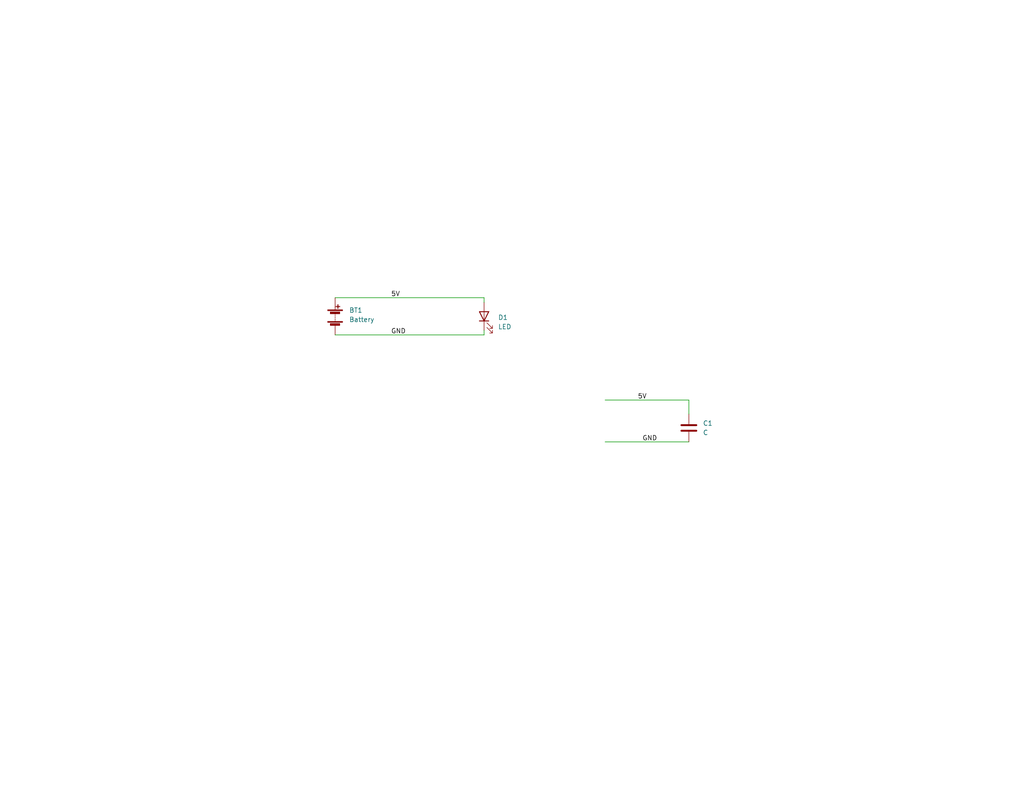
<source format=kicad_sch>
(kicad_sch (version 20211123) (generator eeschema)
  (paper "USLetter")
  (lib_symbols
    (symbol "Device:Battery" (pin_numbers hide) (pin_names (offset 0) hide)
      (property "Reference" "BT" (at 2.54 2.54 0))
      (property "Value" "Battery" (at 2.54 0 0))
      (symbol "Battery_0_1"
        (rectangle (start -2.032 -1.397) (end 2.032 -1.651) (fill (type outline)))
        (rectangle (start -2.032 1.778) (end 2.032 1.524) (fill (type outline)))
        (rectangle (start -1.3208 -1.9812) (end 1.27 -2.4892) (fill (type outline)))
        (rectangle (start -1.3208 1.1938) (end 1.27 0.6858) (fill (type outline)))
        (polyline (pts (xy 0 -1.524) (xy 0 -1.27)))
        (polyline (pts (xy 0 -1.016) (xy 0 -0.762)))
        (polyline (pts (xy 0 -0.508) (xy 0 -0.254)))
        (polyline (pts (xy 0 0) (xy 0 0.254)))
        (polyline (pts (xy 0 0.508) (xy 0 0.762)))
        (polyline (pts (xy 0 1.778) (xy 0 2.54)))
        (polyline (pts (xy 0.254 2.667) (xy 1.27 2.667)) (stroke (width 0.254)))
        (polyline (pts (xy 0.762 3.175) (xy 0.762 2.159)) (stroke (width 0.254)))
      )
      (symbol "Battery_1_1"
        (pin passive line (at 0 5.08 270) (length 2.54) (name "+") (number "1"))
        (pin passive line (at 0 -5.08 90) (length 2.54) (name "-") (number "2"))
      )
    )
    (symbol "Device:C" (pin_numbers hide) (pin_names (offset 0.254))
      (property "Reference" "C" (at 0.635 2.54 0))
      (property "Value" "C" (at 0.635 -2.54 0))
      (symbol "C_0_1"
        (polyline (pts (xy -2.032 -0.762) (xy 2.032 -0.762)) (stroke (width 0.508)))
        (polyline (pts (xy -2.032 0.762) (xy 2.032 0.762)) (stroke (width 0.508)))
      )
      (symbol "C_1_1"
        (pin passive line (at 0 3.81 270) (length 2.794) (name "~") (number "1"))
        (pin passive line (at 0 -3.81 90) (length 2.794) (name "~") (number "2"))
      )
    )
    (symbol "Device:LED" (pin_numbers hide) (pin_names (offset 1.016) hide)
      (property "Reference" "D" (at 0 2.54 0))
      (property "Value" "LED" (at 0 -2.54 0))
      (symbol "LED_0_1"
        (polyline (pts (xy -1.27 -1.27) (xy -1.27 1.27)) (stroke (width 0.254)))
        (polyline (pts (xy -1.27 0) (xy 1.27 0)))
        (polyline (pts (xy 1.27 -1.27) (xy 1.27 1.27) (xy -1.27 0) (xy 1.27 -1.27)) (stroke (width 0.254)))
        (polyline (pts (xy -3.048 -0.762) (xy -4.572 -2.286) (xy -3.81 -2.286) (xy -4.572 -2.286) (xy -4.572 -1.524)))
        (polyline (pts (xy -1.778 -0.762) (xy -3.302 -2.286) (xy -2.54 -2.286) (xy -3.302 -2.286) (xy -3.302 -1.524)))
      )
      (symbol "LED_1_1"
        (pin passive line (at -3.81 0 0) (length 2.54) (name "K") (number "1"))
        (pin passive line (at 3.81 0 180) (length 2.54) (name "A") (number "2"))
      )
    )
  )
  (wire (pts (xy 91.44 91.44) (xy 132.08 91.44)))
  (wire (pts (xy 187.96 109.22) (xy 187.96 113.03)))
  (wire (pts (xy 165.1 109.22) (xy 187.96 109.22)))
  (wire (pts (xy 132.08 81.28) (xy 132.08 82.55)))
  (wire (pts (xy 91.44 81.28) (xy 132.08 81.28)))
  (wire (pts (xy 165.1 120.65) (xy 187.96 120.65)))
  (wire (pts (xy 132.08 91.44) (xy 132.08 90.17)))
  (label "5V" (at 106.68 81.28 0))
  (label "5V" (at 173.99 109.22 0))
  (label "GND" (at 106.68 91.44 0))
  (label "GND" (at 175.26 120.65 0))
  (symbol (lib_id "Device:Battery") (at 91.44 86.36 0) (unit 1)
    (property "Reference" "BT1" (at 95.25 84.7089 0) (effects (justify left)))
    (property "Value" "Battery" (at 95.25 87.2489 0) (effects (justify left)))
    (property "Footprint" "Battery:Battery_Panasonic_CR1025-VSK_Vertical_CircularHoles" (effects hide))
  )
  (symbol (lib_id "Device:C") (at 187.96 116.84 0) (unit 1)
    (property "Reference" "C1" (at 191.77 115.5699 0) (effects (justify left)))
    (property "Value" "C" (at 191.77 118.1099 0) (effects (justify left)))
    (property "Footprint" "Capacitor_SMD:C_0201_0603Metric_Pad0.64x0.40mm_HandSolder" (effects hide))
  )
  (symbol (lib_id "Device:LED") (at 132.08 86.36 90) (unit 1)
    (property "Reference" "D1" (at 135.89 86.6774 90) (effects (justify right)))
    (property "Value" "LED" (at 135.89 89.2174 90) (effects (justify right)))
    (property "Footprint" "LED_SMD:LED_0201_0603Metric_Pad0.64x0.40mm_HandSolder" (effects hide))
  )
)
</source>
